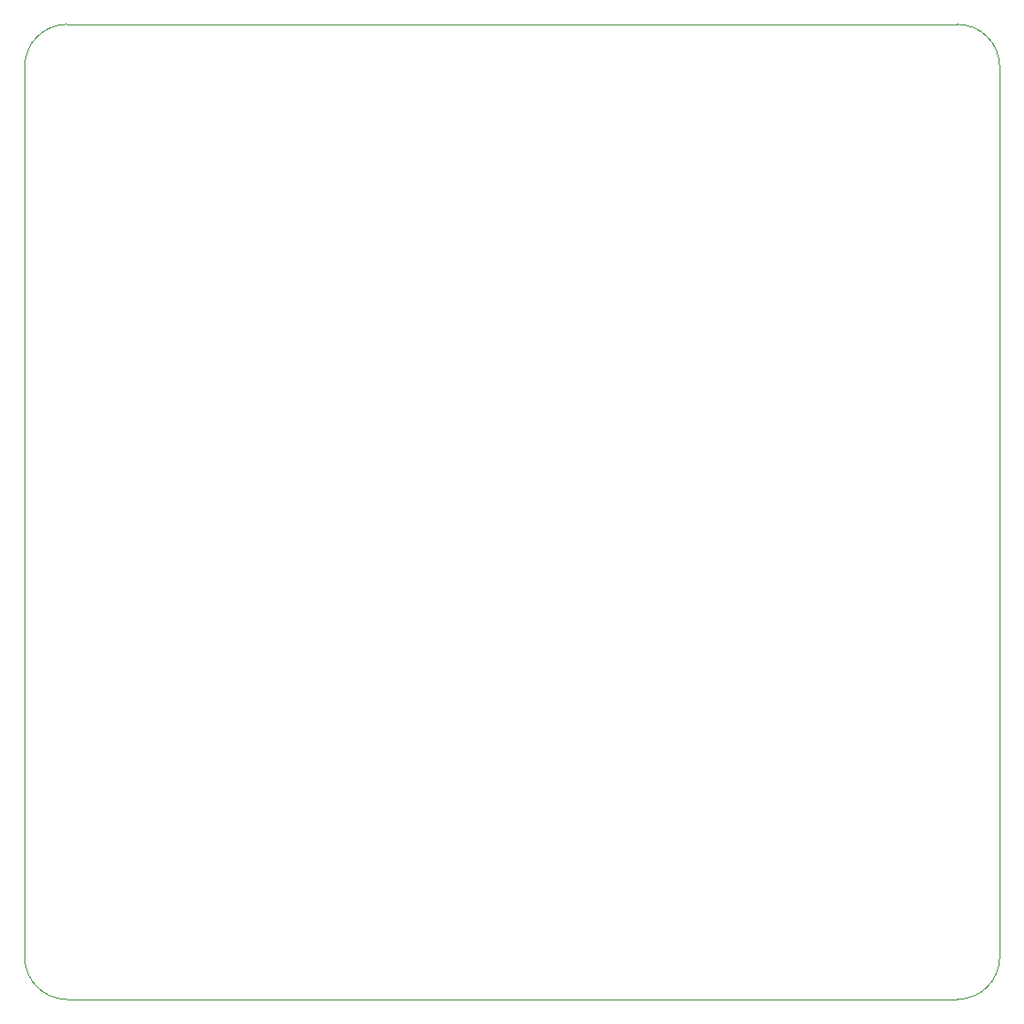
<source format=gbr>
G04 #@! TF.GenerationSoftware,KiCad,Pcbnew,(5.1.0)-1*
G04 #@! TF.CreationDate,2019-08-23T12:12:23+10:00*
G04 #@! TF.ProjectId,APPS,41505053-2e6b-4696-9361-645f70636258,rev?*
G04 #@! TF.SameCoordinates,Original*
G04 #@! TF.FileFunction,Profile,NP*
%FSLAX46Y46*%
G04 Gerber Fmt 4.6, Leading zero omitted, Abs format (unit mm)*
G04 Created by KiCad (PCBNEW (5.1.0)-1) date 2019-08-23 12:12:23*
%MOMM*%
%LPD*%
G04 APERTURE LIST*
%ADD10C,0.050000*%
G04 APERTURE END LIST*
D10*
X194945000Y-137795000D02*
X193675000Y-137795000D01*
X114935000Y-50165000D02*
X194945000Y-50165000D01*
X111125000Y-133985000D02*
X111125000Y-53975000D01*
X193675000Y-137795000D02*
X114935000Y-137795000D01*
X198755000Y-53975000D02*
X198755000Y-133985000D01*
X198755000Y-133985000D02*
G75*
G02X194945000Y-137795000I-3810000J0D01*
G01*
X114935000Y-137795000D02*
G75*
G02X111125000Y-133985000I0J3810000D01*
G01*
X111125000Y-53975000D02*
G75*
G02X114935000Y-50165000I3810000J0D01*
G01*
X194945000Y-50165000D02*
G75*
G02X198755000Y-53975000I0J-3810000D01*
G01*
M02*

</source>
